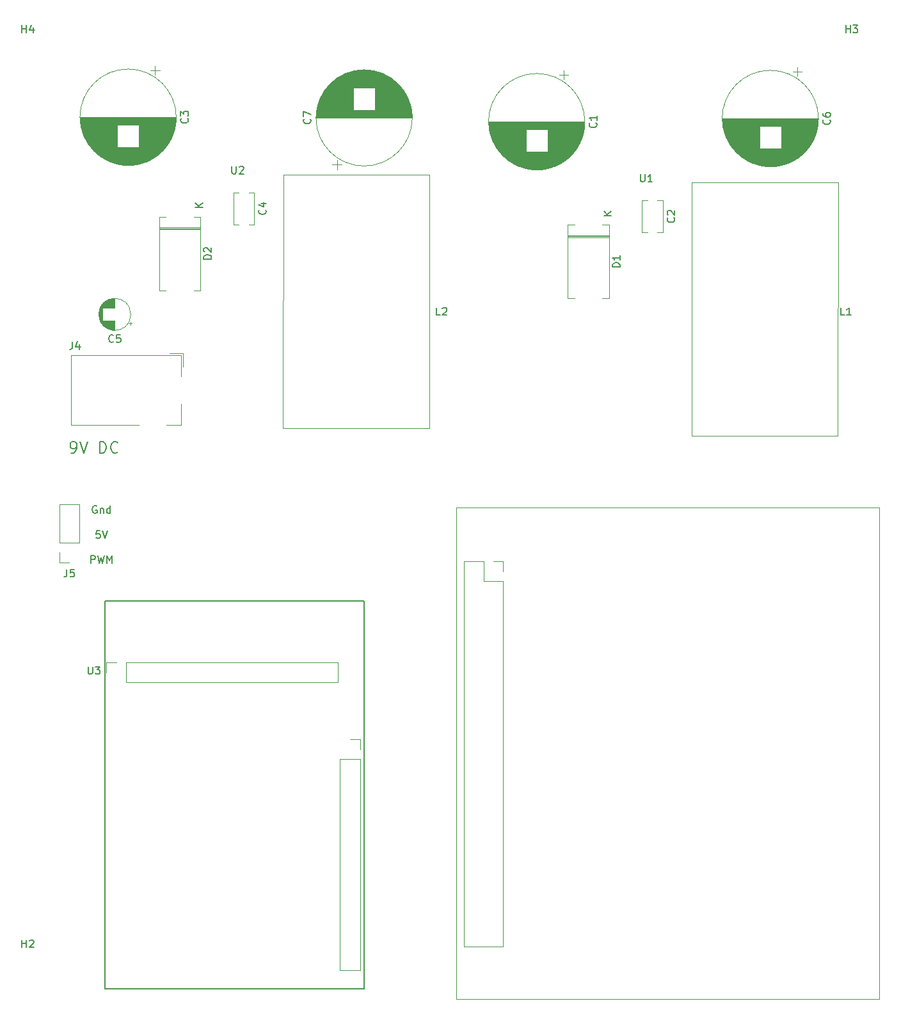
<source format=gbr>
%TF.GenerationSoftware,KiCad,Pcbnew,(5.1.9)-1*%
%TF.CreationDate,2022-02-08T11:22:36-08:00*%
%TF.ProjectId,controller_board,636f6e74-726f-46c6-9c65-725f626f6172,rev?*%
%TF.SameCoordinates,Original*%
%TF.FileFunction,Legend,Top*%
%TF.FilePolarity,Positive*%
%FSLAX46Y46*%
G04 Gerber Fmt 4.6, Leading zero omitted, Abs format (unit mm)*
G04 Created by KiCad (PCBNEW (5.1.9)-1) date 2022-02-08 11:22:36*
%MOMM*%
%LPD*%
G01*
G04 APERTURE LIST*
%ADD10C,0.150000*%
%ADD11C,0.200000*%
%ADD12C,0.120000*%
G04 APERTURE END LIST*
D10*
X44357142Y-123700000D02*
X44261904Y-123652380D01*
X44119047Y-123652380D01*
X43976190Y-123700000D01*
X43880952Y-123795238D01*
X43833333Y-123890476D01*
X43785714Y-124080952D01*
X43785714Y-124223809D01*
X43833333Y-124414285D01*
X43880952Y-124509523D01*
X43976190Y-124604761D01*
X44119047Y-124652380D01*
X44214285Y-124652380D01*
X44357142Y-124604761D01*
X44404761Y-124557142D01*
X44404761Y-124223809D01*
X44214285Y-124223809D01*
X44833333Y-123985714D02*
X44833333Y-124652380D01*
X44833333Y-124080952D02*
X44880952Y-124033333D01*
X44976190Y-123985714D01*
X45119047Y-123985714D01*
X45214285Y-124033333D01*
X45261904Y-124128571D01*
X45261904Y-124652380D01*
X46166666Y-124652380D02*
X46166666Y-123652380D01*
X46166666Y-124604761D02*
X46071428Y-124652380D01*
X45880952Y-124652380D01*
X45785714Y-124604761D01*
X45738095Y-124557142D01*
X45690476Y-124461904D01*
X45690476Y-124176190D01*
X45738095Y-124080952D01*
X45785714Y-124033333D01*
X45880952Y-123985714D01*
X46071428Y-123985714D01*
X46166666Y-124033333D01*
X44809523Y-126952380D02*
X44333333Y-126952380D01*
X44285714Y-127428571D01*
X44333333Y-127380952D01*
X44428571Y-127333333D01*
X44666666Y-127333333D01*
X44761904Y-127380952D01*
X44809523Y-127428571D01*
X44857142Y-127523809D01*
X44857142Y-127761904D01*
X44809523Y-127857142D01*
X44761904Y-127904761D01*
X44666666Y-127952380D01*
X44428571Y-127952380D01*
X44333333Y-127904761D01*
X44285714Y-127857142D01*
X45142857Y-126952380D02*
X45476190Y-127952380D01*
X45809523Y-126952380D01*
X43595238Y-131252380D02*
X43595238Y-130252380D01*
X43976190Y-130252380D01*
X44071428Y-130300000D01*
X44119047Y-130347619D01*
X44166666Y-130442857D01*
X44166666Y-130585714D01*
X44119047Y-130680952D01*
X44071428Y-130728571D01*
X43976190Y-130776190D01*
X43595238Y-130776190D01*
X44500000Y-130252380D02*
X44738095Y-131252380D01*
X44928571Y-130538095D01*
X45119047Y-131252380D01*
X45357142Y-130252380D01*
X45738095Y-131252380D02*
X45738095Y-130252380D01*
X46071428Y-130966666D01*
X46404761Y-130252380D01*
X46404761Y-131252380D01*
D11*
X41000000Y-116678571D02*
X41285714Y-116678571D01*
X41428571Y-116607142D01*
X41500000Y-116535714D01*
X41642857Y-116321428D01*
X41714285Y-116035714D01*
X41714285Y-115464285D01*
X41642857Y-115321428D01*
X41571428Y-115250000D01*
X41428571Y-115178571D01*
X41142857Y-115178571D01*
X41000000Y-115250000D01*
X40928571Y-115321428D01*
X40857142Y-115464285D01*
X40857142Y-115821428D01*
X40928571Y-115964285D01*
X41000000Y-116035714D01*
X41142857Y-116107142D01*
X41428571Y-116107142D01*
X41571428Y-116035714D01*
X41642857Y-115964285D01*
X41714285Y-115821428D01*
X42142857Y-115178571D02*
X42642857Y-116678571D01*
X43142857Y-115178571D01*
X44785714Y-116678571D02*
X44785714Y-115178571D01*
X45142857Y-115178571D01*
X45357142Y-115250000D01*
X45500000Y-115392857D01*
X45571428Y-115535714D01*
X45642857Y-115821428D01*
X45642857Y-116035714D01*
X45571428Y-116321428D01*
X45500000Y-116464285D01*
X45357142Y-116607142D01*
X45142857Y-116678571D01*
X44785714Y-116678571D01*
X47142857Y-116535714D02*
X47071428Y-116607142D01*
X46857142Y-116678571D01*
X46714285Y-116678571D01*
X46500000Y-116607142D01*
X46357142Y-116464285D01*
X46285714Y-116321428D01*
X46214285Y-116035714D01*
X46214285Y-115821428D01*
X46285714Y-115535714D01*
X46357142Y-115392857D01*
X46500000Y-115250000D01*
X46714285Y-115178571D01*
X46857142Y-115178571D01*
X47071428Y-115250000D01*
X47142857Y-115321428D01*
D12*
%TO.C,J1*%
X91910000Y-188940000D02*
X91910000Y-123940000D01*
X147910000Y-188940000D02*
X91910000Y-188940000D01*
X147910000Y-123940000D02*
X147910000Y-188940000D01*
X91910000Y-123940000D02*
X147910000Y-123940000D01*
X98150000Y-181940000D02*
X92950000Y-181940000D01*
X98150000Y-133620000D02*
X98150000Y-181940000D01*
X95550000Y-131020000D02*
X92950000Y-131020000D01*
X95550000Y-133620000D02*
X95550000Y-131020000D01*
X98150000Y-133620000D02*
X95550000Y-133620000D01*
X98150000Y-132350000D02*
X98150000Y-131020000D01*
X98150000Y-131020000D02*
X96820000Y-131020000D01*
X92950000Y-131020000D02*
X92950000Y-181940000D01*
%TO.C,U3*%
X45665000Y-145725000D02*
X45665000Y-144395000D01*
X48265000Y-144395000D02*
X76265000Y-144395000D01*
X45665000Y-144395000D02*
X46995000Y-144395000D01*
X48265000Y-147055000D02*
X48265000Y-144395000D01*
X48265000Y-147055000D02*
X76265000Y-147055000D01*
X76265000Y-147055000D02*
X76265000Y-144395000D01*
X77870000Y-154540000D02*
X79200000Y-154540000D01*
X79200000Y-157140000D02*
X79200000Y-185140000D01*
X79200000Y-154540000D02*
X79200000Y-155870000D01*
X76540000Y-157140000D02*
X79200000Y-157140000D01*
X76540000Y-157140000D02*
X76540000Y-185140000D01*
X76540000Y-185140000D02*
X79200000Y-185140000D01*
D11*
X79720000Y-187600000D02*
X79720000Y-136300000D01*
X79720000Y-136300000D02*
X45420000Y-136300000D01*
X45420000Y-136300000D02*
X45420000Y-187600000D01*
X45420000Y-187600000D02*
X79720000Y-187600000D01*
D12*
%TO.C,L1*%
X123120000Y-80900000D02*
X123080000Y-114440000D01*
X142460000Y-80900000D02*
X123120000Y-80900000D01*
X142460000Y-80900000D02*
X142420000Y-114440000D01*
X142420000Y-114440000D02*
X123080000Y-114440000D01*
%TO.C,L2*%
X69060000Y-79850000D02*
X69020000Y-113390000D01*
X88400000Y-79850000D02*
X69060000Y-79850000D01*
X88400000Y-79850000D02*
X88360000Y-113390000D01*
X88360000Y-113390000D02*
X69020000Y-113390000D01*
%TO.C,J5*%
X40750000Y-131180000D02*
X39420000Y-131180000D01*
X39420000Y-131180000D02*
X39420000Y-129850000D01*
X39420000Y-128580000D02*
X39420000Y-123440000D01*
X42080000Y-123440000D02*
X39420000Y-123440000D01*
X42080000Y-128580000D02*
X42080000Y-123440000D01*
X42080000Y-128580000D02*
X39420000Y-128580000D01*
%TO.C,D1*%
X112140000Y-87895000D02*
X106700000Y-87895000D01*
X112140000Y-88135000D02*
X106700000Y-88135000D01*
X112140000Y-88015000D02*
X106700000Y-88015000D01*
X106700000Y-96210000D02*
X107580000Y-96210000D01*
X106700000Y-86470000D02*
X106700000Y-96210000D01*
X107580000Y-86470000D02*
X106700000Y-86470000D01*
X112140000Y-96210000D02*
X111260000Y-96210000D01*
X112140000Y-86470000D02*
X112140000Y-96210000D01*
X111260000Y-86470000D02*
X112140000Y-86470000D01*
%TO.C,C1*%
X106780000Y-66657918D02*
X105530000Y-66657918D01*
X106155000Y-66032918D02*
X106155000Y-67282918D01*
X102897000Y-79211000D02*
X102263000Y-79211000D01*
X103337000Y-79171000D02*
X101823000Y-79171000D01*
X103608000Y-79131000D02*
X101552000Y-79131000D01*
X103821000Y-79091000D02*
X101339000Y-79091000D01*
X104002000Y-79051000D02*
X101158000Y-79051000D01*
X104163000Y-79011000D02*
X100997000Y-79011000D01*
X104308000Y-78971000D02*
X100852000Y-78971000D01*
X104441000Y-78931000D02*
X100719000Y-78931000D01*
X104564000Y-78891000D02*
X100596000Y-78891000D01*
X104680000Y-78851000D02*
X100480000Y-78851000D01*
X104789000Y-78811000D02*
X100371000Y-78811000D01*
X104892000Y-78771000D02*
X100268000Y-78771000D01*
X104990000Y-78731000D02*
X100170000Y-78731000D01*
X105084000Y-78691000D02*
X100076000Y-78691000D01*
X105174000Y-78651000D02*
X99986000Y-78651000D01*
X105261000Y-78611000D02*
X99899000Y-78611000D01*
X105344000Y-78571000D02*
X99816000Y-78571000D01*
X105424000Y-78531000D02*
X99736000Y-78531000D01*
X105501000Y-78491000D02*
X99659000Y-78491000D01*
X105576000Y-78451000D02*
X99584000Y-78451000D01*
X105649000Y-78411000D02*
X99511000Y-78411000D01*
X105720000Y-78371000D02*
X99440000Y-78371000D01*
X105788000Y-78331000D02*
X99372000Y-78331000D01*
X105855000Y-78291000D02*
X99305000Y-78291000D01*
X105919000Y-78251000D02*
X99241000Y-78251000D01*
X105982000Y-78211000D02*
X99178000Y-78211000D01*
X106044000Y-78171000D02*
X99116000Y-78171000D01*
X106104000Y-78131000D02*
X99056000Y-78131000D01*
X106163000Y-78091000D02*
X98997000Y-78091000D01*
X106220000Y-78051000D02*
X98940000Y-78051000D01*
X106276000Y-78011000D02*
X98884000Y-78011000D01*
X106330000Y-77971000D02*
X98830000Y-77971000D01*
X106384000Y-77931000D02*
X98776000Y-77931000D01*
X106436000Y-77891000D02*
X98724000Y-77891000D01*
X106487000Y-77851000D02*
X98673000Y-77851000D01*
X106537000Y-77811000D02*
X98623000Y-77811000D01*
X106587000Y-77771000D02*
X98573000Y-77771000D01*
X106635000Y-77731000D02*
X98525000Y-77731000D01*
X106682000Y-77691000D02*
X98478000Y-77691000D01*
X106728000Y-77651000D02*
X98432000Y-77651000D01*
X106774000Y-77611000D02*
X98386000Y-77611000D01*
X106818000Y-77571000D02*
X98342000Y-77571000D01*
X106862000Y-77531000D02*
X98298000Y-77531000D01*
X106905000Y-77491000D02*
X98255000Y-77491000D01*
X106947000Y-77451000D02*
X98213000Y-77451000D01*
X106988000Y-77411000D02*
X98172000Y-77411000D01*
X107029000Y-77371000D02*
X98131000Y-77371000D01*
X107069000Y-77331000D02*
X98091000Y-77331000D01*
X107108000Y-77291000D02*
X98052000Y-77291000D01*
X107147000Y-77251000D02*
X98013000Y-77251000D01*
X107185000Y-77211000D02*
X97975000Y-77211000D01*
X107222000Y-77171000D02*
X97938000Y-77171000D01*
X107258000Y-77131000D02*
X97902000Y-77131000D01*
X107294000Y-77091000D02*
X97866000Y-77091000D01*
X107330000Y-77051000D02*
X97830000Y-77051000D01*
X107365000Y-77011000D02*
X97795000Y-77011000D01*
X107399000Y-76971000D02*
X97761000Y-76971000D01*
X107432000Y-76931000D02*
X97728000Y-76931000D01*
X107465000Y-76891000D02*
X97695000Y-76891000D01*
X107498000Y-76851000D02*
X97662000Y-76851000D01*
X107530000Y-76811000D02*
X97630000Y-76811000D01*
X101140000Y-76771000D02*
X97598000Y-76771000D01*
X107562000Y-76771000D02*
X104020000Y-76771000D01*
X101140000Y-76731000D02*
X97568000Y-76731000D01*
X107592000Y-76731000D02*
X104020000Y-76731000D01*
X101140000Y-76691000D02*
X97537000Y-76691000D01*
X107623000Y-76691000D02*
X104020000Y-76691000D01*
X101140000Y-76651000D02*
X97507000Y-76651000D01*
X107653000Y-76651000D02*
X104020000Y-76651000D01*
X101140000Y-76611000D02*
X97478000Y-76611000D01*
X107682000Y-76611000D02*
X104020000Y-76611000D01*
X101140000Y-76571000D02*
X97449000Y-76571000D01*
X107711000Y-76571000D02*
X104020000Y-76571000D01*
X101140000Y-76531000D02*
X97420000Y-76531000D01*
X107740000Y-76531000D02*
X104020000Y-76531000D01*
X101140000Y-76491000D02*
X97392000Y-76491000D01*
X107768000Y-76491000D02*
X104020000Y-76491000D01*
X101140000Y-76451000D02*
X97364000Y-76451000D01*
X107796000Y-76451000D02*
X104020000Y-76451000D01*
X101140000Y-76411000D02*
X97337000Y-76411000D01*
X107823000Y-76411000D02*
X104020000Y-76411000D01*
X101140000Y-76371000D02*
X97310000Y-76371000D01*
X107850000Y-76371000D02*
X104020000Y-76371000D01*
X101140000Y-76331000D02*
X97284000Y-76331000D01*
X107876000Y-76331000D02*
X104020000Y-76331000D01*
X101140000Y-76291000D02*
X97258000Y-76291000D01*
X107902000Y-76291000D02*
X104020000Y-76291000D01*
X101140000Y-76251000D02*
X97233000Y-76251000D01*
X107927000Y-76251000D02*
X104020000Y-76251000D01*
X101140000Y-76211000D02*
X97208000Y-76211000D01*
X107952000Y-76211000D02*
X104020000Y-76211000D01*
X101140000Y-76171000D02*
X97183000Y-76171000D01*
X107977000Y-76171000D02*
X104020000Y-76171000D01*
X101140000Y-76131000D02*
X97159000Y-76131000D01*
X108001000Y-76131000D02*
X104020000Y-76131000D01*
X101140000Y-76091000D02*
X97135000Y-76091000D01*
X108025000Y-76091000D02*
X104020000Y-76091000D01*
X101140000Y-76051000D02*
X97112000Y-76051000D01*
X108048000Y-76051000D02*
X104020000Y-76051000D01*
X101140000Y-76011000D02*
X97089000Y-76011000D01*
X108071000Y-76011000D02*
X104020000Y-76011000D01*
X101140000Y-75971000D02*
X97066000Y-75971000D01*
X108094000Y-75971000D02*
X104020000Y-75971000D01*
X101140000Y-75931000D02*
X97044000Y-75931000D01*
X108116000Y-75931000D02*
X104020000Y-75931000D01*
X101140000Y-75891000D02*
X97022000Y-75891000D01*
X108138000Y-75891000D02*
X104020000Y-75891000D01*
X101140000Y-75851000D02*
X97000000Y-75851000D01*
X108160000Y-75851000D02*
X104020000Y-75851000D01*
X101140000Y-75811000D02*
X96979000Y-75811000D01*
X108181000Y-75811000D02*
X104020000Y-75811000D01*
X101140000Y-75771000D02*
X96958000Y-75771000D01*
X108202000Y-75771000D02*
X104020000Y-75771000D01*
X101140000Y-75731000D02*
X96938000Y-75731000D01*
X108222000Y-75731000D02*
X104020000Y-75731000D01*
X101140000Y-75691000D02*
X96918000Y-75691000D01*
X108242000Y-75691000D02*
X104020000Y-75691000D01*
X101140000Y-75651000D02*
X96898000Y-75651000D01*
X108262000Y-75651000D02*
X104020000Y-75651000D01*
X101140000Y-75611000D02*
X96878000Y-75611000D01*
X108282000Y-75611000D02*
X104020000Y-75611000D01*
X101140000Y-75571000D02*
X96859000Y-75571000D01*
X108301000Y-75571000D02*
X104020000Y-75571000D01*
X101140000Y-75531000D02*
X96841000Y-75531000D01*
X108319000Y-75531000D02*
X104020000Y-75531000D01*
X101140000Y-75491000D02*
X96822000Y-75491000D01*
X108338000Y-75491000D02*
X104020000Y-75491000D01*
X101140000Y-75451000D02*
X96804000Y-75451000D01*
X108356000Y-75451000D02*
X104020000Y-75451000D01*
X101140000Y-75411000D02*
X96787000Y-75411000D01*
X108373000Y-75411000D02*
X104020000Y-75411000D01*
X101140000Y-75371000D02*
X96769000Y-75371000D01*
X108391000Y-75371000D02*
X104020000Y-75371000D01*
X101140000Y-75331000D02*
X96752000Y-75331000D01*
X108408000Y-75331000D02*
X104020000Y-75331000D01*
X101140000Y-75291000D02*
X96735000Y-75291000D01*
X108425000Y-75291000D02*
X104020000Y-75291000D01*
X101140000Y-75251000D02*
X96719000Y-75251000D01*
X108441000Y-75251000D02*
X104020000Y-75251000D01*
X101140000Y-75211000D02*
X96703000Y-75211000D01*
X108457000Y-75211000D02*
X104020000Y-75211000D01*
X101140000Y-75171000D02*
X96687000Y-75171000D01*
X108473000Y-75171000D02*
X104020000Y-75171000D01*
X101140000Y-75131000D02*
X96672000Y-75131000D01*
X108488000Y-75131000D02*
X104020000Y-75131000D01*
X101140000Y-75091000D02*
X96656000Y-75091000D01*
X108504000Y-75091000D02*
X104020000Y-75091000D01*
X101140000Y-75051000D02*
X96641000Y-75051000D01*
X108519000Y-75051000D02*
X104020000Y-75051000D01*
X101140000Y-75011000D02*
X96627000Y-75011000D01*
X108533000Y-75011000D02*
X104020000Y-75011000D01*
X101140000Y-74971000D02*
X96613000Y-74971000D01*
X108547000Y-74971000D02*
X104020000Y-74971000D01*
X101140000Y-74931000D02*
X96599000Y-74931000D01*
X108561000Y-74931000D02*
X104020000Y-74931000D01*
X101140000Y-74891000D02*
X96585000Y-74891000D01*
X108575000Y-74891000D02*
X104020000Y-74891000D01*
X101140000Y-74851000D02*
X96572000Y-74851000D01*
X108588000Y-74851000D02*
X104020000Y-74851000D01*
X101140000Y-74811000D02*
X96559000Y-74811000D01*
X108601000Y-74811000D02*
X104020000Y-74811000D01*
X101140000Y-74771000D02*
X96546000Y-74771000D01*
X108614000Y-74771000D02*
X104020000Y-74771000D01*
X101140000Y-74731000D02*
X96533000Y-74731000D01*
X108627000Y-74731000D02*
X104020000Y-74731000D01*
X101140000Y-74691000D02*
X96521000Y-74691000D01*
X108639000Y-74691000D02*
X104020000Y-74691000D01*
X101140000Y-74651000D02*
X96509000Y-74651000D01*
X108651000Y-74651000D02*
X104020000Y-74651000D01*
X101140000Y-74611000D02*
X96497000Y-74611000D01*
X108663000Y-74611000D02*
X104020000Y-74611000D01*
X101140000Y-74571000D02*
X96486000Y-74571000D01*
X108674000Y-74571000D02*
X104020000Y-74571000D01*
X101140000Y-74531000D02*
X96475000Y-74531000D01*
X108685000Y-74531000D02*
X104020000Y-74531000D01*
X101140000Y-74491000D02*
X96464000Y-74491000D01*
X108696000Y-74491000D02*
X104020000Y-74491000D01*
X101140000Y-74451000D02*
X96454000Y-74451000D01*
X108706000Y-74451000D02*
X104020000Y-74451000D01*
X101140000Y-74411000D02*
X96443000Y-74411000D01*
X108717000Y-74411000D02*
X104020000Y-74411000D01*
X101140000Y-74371000D02*
X96434000Y-74371000D01*
X108726000Y-74371000D02*
X104020000Y-74371000D01*
X101140000Y-74331000D02*
X96424000Y-74331000D01*
X108736000Y-74331000D02*
X104020000Y-74331000D01*
X101140000Y-74291000D02*
X96414000Y-74291000D01*
X108746000Y-74291000D02*
X104020000Y-74291000D01*
X101140000Y-74251000D02*
X96405000Y-74251000D01*
X108755000Y-74251000D02*
X104020000Y-74251000D01*
X101140000Y-74211000D02*
X96396000Y-74211000D01*
X108764000Y-74211000D02*
X104020000Y-74211000D01*
X101140000Y-74171000D02*
X96388000Y-74171000D01*
X108772000Y-74171000D02*
X104020000Y-74171000D01*
X101140000Y-74131000D02*
X96379000Y-74131000D01*
X108781000Y-74131000D02*
X104020000Y-74131000D01*
X101140000Y-74091000D02*
X96371000Y-74091000D01*
X108789000Y-74091000D02*
X104020000Y-74091000D01*
X101140000Y-74051000D02*
X96364000Y-74051000D01*
X108796000Y-74051000D02*
X104020000Y-74051000D01*
X101140000Y-74011000D02*
X96356000Y-74011000D01*
X108804000Y-74011000D02*
X104020000Y-74011000D01*
X101140000Y-73971000D02*
X96349000Y-73971000D01*
X108811000Y-73971000D02*
X104020000Y-73971000D01*
X101140000Y-73931000D02*
X96342000Y-73931000D01*
X108818000Y-73931000D02*
X104020000Y-73931000D01*
X108825000Y-73891000D02*
X96335000Y-73891000D01*
X108832000Y-73851000D02*
X96328000Y-73851000D01*
X108838000Y-73811000D02*
X96322000Y-73811000D01*
X108844000Y-73771000D02*
X96316000Y-73771000D01*
X108849000Y-73731000D02*
X96311000Y-73731000D01*
X108855000Y-73691000D02*
X96305000Y-73691000D01*
X108860000Y-73651000D02*
X96300000Y-73651000D01*
X108865000Y-73611000D02*
X96295000Y-73611000D01*
X108870000Y-73571000D02*
X96290000Y-73571000D01*
X108874000Y-73530000D02*
X96286000Y-73530000D01*
X108878000Y-73490000D02*
X96282000Y-73490000D01*
X108882000Y-73450000D02*
X96278000Y-73450000D01*
X108886000Y-73410000D02*
X96274000Y-73410000D01*
X108889000Y-73370000D02*
X96271000Y-73370000D01*
X108892000Y-73330000D02*
X96268000Y-73330000D01*
X108895000Y-73290000D02*
X96265000Y-73290000D01*
X108898000Y-73250000D02*
X96262000Y-73250000D01*
X108900000Y-73210000D02*
X96260000Y-73210000D01*
X108902000Y-73170000D02*
X96258000Y-73170000D01*
X108904000Y-73130000D02*
X96256000Y-73130000D01*
X108906000Y-73090000D02*
X96254000Y-73090000D01*
X108907000Y-73050000D02*
X96253000Y-73050000D01*
X108908000Y-73010000D02*
X96252000Y-73010000D01*
X108909000Y-72970000D02*
X96251000Y-72970000D01*
X108910000Y-72930000D02*
X96250000Y-72930000D01*
X108910000Y-72890000D02*
X96250000Y-72890000D01*
X108910000Y-72850000D02*
X96250000Y-72850000D01*
X108950000Y-72850000D02*
G75*
G03*
X108950000Y-72850000I-6370000J0D01*
G01*
%TO.C,C2*%
X117235000Y-87510000D02*
X116530000Y-87510000D01*
X119270000Y-87510000D02*
X118565000Y-87510000D01*
X117235000Y-83270000D02*
X116530000Y-83270000D01*
X119270000Y-83270000D02*
X118565000Y-83270000D01*
X116530000Y-83270000D02*
X116530000Y-87510000D01*
X119270000Y-83270000D02*
X119270000Y-87510000D01*
%TO.C,C6*%
X137690000Y-66237918D02*
X136440000Y-66237918D01*
X137065000Y-65612918D02*
X137065000Y-66862918D01*
X133807000Y-78791000D02*
X133173000Y-78791000D01*
X134247000Y-78751000D02*
X132733000Y-78751000D01*
X134518000Y-78711000D02*
X132462000Y-78711000D01*
X134731000Y-78671000D02*
X132249000Y-78671000D01*
X134912000Y-78631000D02*
X132068000Y-78631000D01*
X135073000Y-78591000D02*
X131907000Y-78591000D01*
X135218000Y-78551000D02*
X131762000Y-78551000D01*
X135351000Y-78511000D02*
X131629000Y-78511000D01*
X135474000Y-78471000D02*
X131506000Y-78471000D01*
X135590000Y-78431000D02*
X131390000Y-78431000D01*
X135699000Y-78391000D02*
X131281000Y-78391000D01*
X135802000Y-78351000D02*
X131178000Y-78351000D01*
X135900000Y-78311000D02*
X131080000Y-78311000D01*
X135994000Y-78271000D02*
X130986000Y-78271000D01*
X136084000Y-78231000D02*
X130896000Y-78231000D01*
X136171000Y-78191000D02*
X130809000Y-78191000D01*
X136254000Y-78151000D02*
X130726000Y-78151000D01*
X136334000Y-78111000D02*
X130646000Y-78111000D01*
X136411000Y-78071000D02*
X130569000Y-78071000D01*
X136486000Y-78031000D02*
X130494000Y-78031000D01*
X136559000Y-77991000D02*
X130421000Y-77991000D01*
X136630000Y-77951000D02*
X130350000Y-77951000D01*
X136698000Y-77911000D02*
X130282000Y-77911000D01*
X136765000Y-77871000D02*
X130215000Y-77871000D01*
X136829000Y-77831000D02*
X130151000Y-77831000D01*
X136892000Y-77791000D02*
X130088000Y-77791000D01*
X136954000Y-77751000D02*
X130026000Y-77751000D01*
X137014000Y-77711000D02*
X129966000Y-77711000D01*
X137073000Y-77671000D02*
X129907000Y-77671000D01*
X137130000Y-77631000D02*
X129850000Y-77631000D01*
X137186000Y-77591000D02*
X129794000Y-77591000D01*
X137240000Y-77551000D02*
X129740000Y-77551000D01*
X137294000Y-77511000D02*
X129686000Y-77511000D01*
X137346000Y-77471000D02*
X129634000Y-77471000D01*
X137397000Y-77431000D02*
X129583000Y-77431000D01*
X137447000Y-77391000D02*
X129533000Y-77391000D01*
X137497000Y-77351000D02*
X129483000Y-77351000D01*
X137545000Y-77311000D02*
X129435000Y-77311000D01*
X137592000Y-77271000D02*
X129388000Y-77271000D01*
X137638000Y-77231000D02*
X129342000Y-77231000D01*
X137684000Y-77191000D02*
X129296000Y-77191000D01*
X137728000Y-77151000D02*
X129252000Y-77151000D01*
X137772000Y-77111000D02*
X129208000Y-77111000D01*
X137815000Y-77071000D02*
X129165000Y-77071000D01*
X137857000Y-77031000D02*
X129123000Y-77031000D01*
X137898000Y-76991000D02*
X129082000Y-76991000D01*
X137939000Y-76951000D02*
X129041000Y-76951000D01*
X137979000Y-76911000D02*
X129001000Y-76911000D01*
X138018000Y-76871000D02*
X128962000Y-76871000D01*
X138057000Y-76831000D02*
X128923000Y-76831000D01*
X138095000Y-76791000D02*
X128885000Y-76791000D01*
X138132000Y-76751000D02*
X128848000Y-76751000D01*
X138168000Y-76711000D02*
X128812000Y-76711000D01*
X138204000Y-76671000D02*
X128776000Y-76671000D01*
X138240000Y-76631000D02*
X128740000Y-76631000D01*
X138275000Y-76591000D02*
X128705000Y-76591000D01*
X138309000Y-76551000D02*
X128671000Y-76551000D01*
X138342000Y-76511000D02*
X128638000Y-76511000D01*
X138375000Y-76471000D02*
X128605000Y-76471000D01*
X138408000Y-76431000D02*
X128572000Y-76431000D01*
X138440000Y-76391000D02*
X128540000Y-76391000D01*
X132050000Y-76351000D02*
X128508000Y-76351000D01*
X138472000Y-76351000D02*
X134930000Y-76351000D01*
X132050000Y-76311000D02*
X128478000Y-76311000D01*
X138502000Y-76311000D02*
X134930000Y-76311000D01*
X132050000Y-76271000D02*
X128447000Y-76271000D01*
X138533000Y-76271000D02*
X134930000Y-76271000D01*
X132050000Y-76231000D02*
X128417000Y-76231000D01*
X138563000Y-76231000D02*
X134930000Y-76231000D01*
X132050000Y-76191000D02*
X128388000Y-76191000D01*
X138592000Y-76191000D02*
X134930000Y-76191000D01*
X132050000Y-76151000D02*
X128359000Y-76151000D01*
X138621000Y-76151000D02*
X134930000Y-76151000D01*
X132050000Y-76111000D02*
X128330000Y-76111000D01*
X138650000Y-76111000D02*
X134930000Y-76111000D01*
X132050000Y-76071000D02*
X128302000Y-76071000D01*
X138678000Y-76071000D02*
X134930000Y-76071000D01*
X132050000Y-76031000D02*
X128274000Y-76031000D01*
X138706000Y-76031000D02*
X134930000Y-76031000D01*
X132050000Y-75991000D02*
X128247000Y-75991000D01*
X138733000Y-75991000D02*
X134930000Y-75991000D01*
X132050000Y-75951000D02*
X128220000Y-75951000D01*
X138760000Y-75951000D02*
X134930000Y-75951000D01*
X132050000Y-75911000D02*
X128194000Y-75911000D01*
X138786000Y-75911000D02*
X134930000Y-75911000D01*
X132050000Y-75871000D02*
X128168000Y-75871000D01*
X138812000Y-75871000D02*
X134930000Y-75871000D01*
X132050000Y-75831000D02*
X128143000Y-75831000D01*
X138837000Y-75831000D02*
X134930000Y-75831000D01*
X132050000Y-75791000D02*
X128118000Y-75791000D01*
X138862000Y-75791000D02*
X134930000Y-75791000D01*
X132050000Y-75751000D02*
X128093000Y-75751000D01*
X138887000Y-75751000D02*
X134930000Y-75751000D01*
X132050000Y-75711000D02*
X128069000Y-75711000D01*
X138911000Y-75711000D02*
X134930000Y-75711000D01*
X132050000Y-75671000D02*
X128045000Y-75671000D01*
X138935000Y-75671000D02*
X134930000Y-75671000D01*
X132050000Y-75631000D02*
X128022000Y-75631000D01*
X138958000Y-75631000D02*
X134930000Y-75631000D01*
X132050000Y-75591000D02*
X127999000Y-75591000D01*
X138981000Y-75591000D02*
X134930000Y-75591000D01*
X132050000Y-75551000D02*
X127976000Y-75551000D01*
X139004000Y-75551000D02*
X134930000Y-75551000D01*
X132050000Y-75511000D02*
X127954000Y-75511000D01*
X139026000Y-75511000D02*
X134930000Y-75511000D01*
X132050000Y-75471000D02*
X127932000Y-75471000D01*
X139048000Y-75471000D02*
X134930000Y-75471000D01*
X132050000Y-75431000D02*
X127910000Y-75431000D01*
X139070000Y-75431000D02*
X134930000Y-75431000D01*
X132050000Y-75391000D02*
X127889000Y-75391000D01*
X139091000Y-75391000D02*
X134930000Y-75391000D01*
X132050000Y-75351000D02*
X127868000Y-75351000D01*
X139112000Y-75351000D02*
X134930000Y-75351000D01*
X132050000Y-75311000D02*
X127848000Y-75311000D01*
X139132000Y-75311000D02*
X134930000Y-75311000D01*
X132050000Y-75271000D02*
X127828000Y-75271000D01*
X139152000Y-75271000D02*
X134930000Y-75271000D01*
X132050000Y-75231000D02*
X127808000Y-75231000D01*
X139172000Y-75231000D02*
X134930000Y-75231000D01*
X132050000Y-75191000D02*
X127788000Y-75191000D01*
X139192000Y-75191000D02*
X134930000Y-75191000D01*
X132050000Y-75151000D02*
X127769000Y-75151000D01*
X139211000Y-75151000D02*
X134930000Y-75151000D01*
X132050000Y-75111000D02*
X127751000Y-75111000D01*
X139229000Y-75111000D02*
X134930000Y-75111000D01*
X132050000Y-75071000D02*
X127732000Y-75071000D01*
X139248000Y-75071000D02*
X134930000Y-75071000D01*
X132050000Y-75031000D02*
X127714000Y-75031000D01*
X139266000Y-75031000D02*
X134930000Y-75031000D01*
X132050000Y-74991000D02*
X127697000Y-74991000D01*
X139283000Y-74991000D02*
X134930000Y-74991000D01*
X132050000Y-74951000D02*
X127679000Y-74951000D01*
X139301000Y-74951000D02*
X134930000Y-74951000D01*
X132050000Y-74911000D02*
X127662000Y-74911000D01*
X139318000Y-74911000D02*
X134930000Y-74911000D01*
X132050000Y-74871000D02*
X127645000Y-74871000D01*
X139335000Y-74871000D02*
X134930000Y-74871000D01*
X132050000Y-74831000D02*
X127629000Y-74831000D01*
X139351000Y-74831000D02*
X134930000Y-74831000D01*
X132050000Y-74791000D02*
X127613000Y-74791000D01*
X139367000Y-74791000D02*
X134930000Y-74791000D01*
X132050000Y-74751000D02*
X127597000Y-74751000D01*
X139383000Y-74751000D02*
X134930000Y-74751000D01*
X132050000Y-74711000D02*
X127582000Y-74711000D01*
X139398000Y-74711000D02*
X134930000Y-74711000D01*
X132050000Y-74671000D02*
X127566000Y-74671000D01*
X139414000Y-74671000D02*
X134930000Y-74671000D01*
X132050000Y-74631000D02*
X127551000Y-74631000D01*
X139429000Y-74631000D02*
X134930000Y-74631000D01*
X132050000Y-74591000D02*
X127537000Y-74591000D01*
X139443000Y-74591000D02*
X134930000Y-74591000D01*
X132050000Y-74551000D02*
X127523000Y-74551000D01*
X139457000Y-74551000D02*
X134930000Y-74551000D01*
X132050000Y-74511000D02*
X127509000Y-74511000D01*
X139471000Y-74511000D02*
X134930000Y-74511000D01*
X132050000Y-74471000D02*
X127495000Y-74471000D01*
X139485000Y-74471000D02*
X134930000Y-74471000D01*
X132050000Y-74431000D02*
X127482000Y-74431000D01*
X139498000Y-74431000D02*
X134930000Y-74431000D01*
X132050000Y-74391000D02*
X127469000Y-74391000D01*
X139511000Y-74391000D02*
X134930000Y-74391000D01*
X132050000Y-74351000D02*
X127456000Y-74351000D01*
X139524000Y-74351000D02*
X134930000Y-74351000D01*
X132050000Y-74311000D02*
X127443000Y-74311000D01*
X139537000Y-74311000D02*
X134930000Y-74311000D01*
X132050000Y-74271000D02*
X127431000Y-74271000D01*
X139549000Y-74271000D02*
X134930000Y-74271000D01*
X132050000Y-74231000D02*
X127419000Y-74231000D01*
X139561000Y-74231000D02*
X134930000Y-74231000D01*
X132050000Y-74191000D02*
X127407000Y-74191000D01*
X139573000Y-74191000D02*
X134930000Y-74191000D01*
X132050000Y-74151000D02*
X127396000Y-74151000D01*
X139584000Y-74151000D02*
X134930000Y-74151000D01*
X132050000Y-74111000D02*
X127385000Y-74111000D01*
X139595000Y-74111000D02*
X134930000Y-74111000D01*
X132050000Y-74071000D02*
X127374000Y-74071000D01*
X139606000Y-74071000D02*
X134930000Y-74071000D01*
X132050000Y-74031000D02*
X127364000Y-74031000D01*
X139616000Y-74031000D02*
X134930000Y-74031000D01*
X132050000Y-73991000D02*
X127353000Y-73991000D01*
X139627000Y-73991000D02*
X134930000Y-73991000D01*
X132050000Y-73951000D02*
X127344000Y-73951000D01*
X139636000Y-73951000D02*
X134930000Y-73951000D01*
X132050000Y-73911000D02*
X127334000Y-73911000D01*
X139646000Y-73911000D02*
X134930000Y-73911000D01*
X132050000Y-73871000D02*
X127324000Y-73871000D01*
X139656000Y-73871000D02*
X134930000Y-73871000D01*
X132050000Y-73831000D02*
X127315000Y-73831000D01*
X139665000Y-73831000D02*
X134930000Y-73831000D01*
X132050000Y-73791000D02*
X127306000Y-73791000D01*
X139674000Y-73791000D02*
X134930000Y-73791000D01*
X132050000Y-73751000D02*
X127298000Y-73751000D01*
X139682000Y-73751000D02*
X134930000Y-73751000D01*
X132050000Y-73711000D02*
X127289000Y-73711000D01*
X139691000Y-73711000D02*
X134930000Y-73711000D01*
X132050000Y-73671000D02*
X127281000Y-73671000D01*
X139699000Y-73671000D02*
X134930000Y-73671000D01*
X132050000Y-73631000D02*
X127274000Y-73631000D01*
X139706000Y-73631000D02*
X134930000Y-73631000D01*
X132050000Y-73591000D02*
X127266000Y-73591000D01*
X139714000Y-73591000D02*
X134930000Y-73591000D01*
X132050000Y-73551000D02*
X127259000Y-73551000D01*
X139721000Y-73551000D02*
X134930000Y-73551000D01*
X132050000Y-73511000D02*
X127252000Y-73511000D01*
X139728000Y-73511000D02*
X134930000Y-73511000D01*
X139735000Y-73471000D02*
X127245000Y-73471000D01*
X139742000Y-73431000D02*
X127238000Y-73431000D01*
X139748000Y-73391000D02*
X127232000Y-73391000D01*
X139754000Y-73351000D02*
X127226000Y-73351000D01*
X139759000Y-73311000D02*
X127221000Y-73311000D01*
X139765000Y-73271000D02*
X127215000Y-73271000D01*
X139770000Y-73231000D02*
X127210000Y-73231000D01*
X139775000Y-73191000D02*
X127205000Y-73191000D01*
X139780000Y-73151000D02*
X127200000Y-73151000D01*
X139784000Y-73110000D02*
X127196000Y-73110000D01*
X139788000Y-73070000D02*
X127192000Y-73070000D01*
X139792000Y-73030000D02*
X127188000Y-73030000D01*
X139796000Y-72990000D02*
X127184000Y-72990000D01*
X139799000Y-72950000D02*
X127181000Y-72950000D01*
X139802000Y-72910000D02*
X127178000Y-72910000D01*
X139805000Y-72870000D02*
X127175000Y-72870000D01*
X139808000Y-72830000D02*
X127172000Y-72830000D01*
X139810000Y-72790000D02*
X127170000Y-72790000D01*
X139812000Y-72750000D02*
X127168000Y-72750000D01*
X139814000Y-72710000D02*
X127166000Y-72710000D01*
X139816000Y-72670000D02*
X127164000Y-72670000D01*
X139817000Y-72630000D02*
X127163000Y-72630000D01*
X139818000Y-72590000D02*
X127162000Y-72590000D01*
X139819000Y-72550000D02*
X127161000Y-72550000D01*
X139820000Y-72510000D02*
X127160000Y-72510000D01*
X139820000Y-72470000D02*
X127160000Y-72470000D01*
X139820000Y-72430000D02*
X127160000Y-72430000D01*
X139860000Y-72430000D02*
G75*
G03*
X139860000Y-72430000I-6370000J0D01*
G01*
%TO.C,D2*%
X58080000Y-86845000D02*
X52640000Y-86845000D01*
X58080000Y-87085000D02*
X52640000Y-87085000D01*
X58080000Y-86965000D02*
X52640000Y-86965000D01*
X52640000Y-95160000D02*
X53520000Y-95160000D01*
X52640000Y-85420000D02*
X52640000Y-95160000D01*
X53520000Y-85420000D02*
X52640000Y-85420000D01*
X58080000Y-95160000D02*
X57200000Y-95160000D01*
X58080000Y-85420000D02*
X58080000Y-95160000D01*
X57200000Y-85420000D02*
X58080000Y-85420000D01*
%TO.C,C7*%
X75550000Y-78542082D02*
X76800000Y-78542082D01*
X76175000Y-79167082D02*
X76175000Y-77917082D01*
X79433000Y-65989000D02*
X80067000Y-65989000D01*
X78993000Y-66029000D02*
X80507000Y-66029000D01*
X78722000Y-66069000D02*
X80778000Y-66069000D01*
X78509000Y-66109000D02*
X80991000Y-66109000D01*
X78328000Y-66149000D02*
X81172000Y-66149000D01*
X78167000Y-66189000D02*
X81333000Y-66189000D01*
X78022000Y-66229000D02*
X81478000Y-66229000D01*
X77889000Y-66269000D02*
X81611000Y-66269000D01*
X77766000Y-66309000D02*
X81734000Y-66309000D01*
X77650000Y-66349000D02*
X81850000Y-66349000D01*
X77541000Y-66389000D02*
X81959000Y-66389000D01*
X77438000Y-66429000D02*
X82062000Y-66429000D01*
X77340000Y-66469000D02*
X82160000Y-66469000D01*
X77246000Y-66509000D02*
X82254000Y-66509000D01*
X77156000Y-66549000D02*
X82344000Y-66549000D01*
X77069000Y-66589000D02*
X82431000Y-66589000D01*
X76986000Y-66629000D02*
X82514000Y-66629000D01*
X76906000Y-66669000D02*
X82594000Y-66669000D01*
X76829000Y-66709000D02*
X82671000Y-66709000D01*
X76754000Y-66749000D02*
X82746000Y-66749000D01*
X76681000Y-66789000D02*
X82819000Y-66789000D01*
X76610000Y-66829000D02*
X82890000Y-66829000D01*
X76542000Y-66869000D02*
X82958000Y-66869000D01*
X76475000Y-66909000D02*
X83025000Y-66909000D01*
X76411000Y-66949000D02*
X83089000Y-66949000D01*
X76348000Y-66989000D02*
X83152000Y-66989000D01*
X76286000Y-67029000D02*
X83214000Y-67029000D01*
X76226000Y-67069000D02*
X83274000Y-67069000D01*
X76167000Y-67109000D02*
X83333000Y-67109000D01*
X76110000Y-67149000D02*
X83390000Y-67149000D01*
X76054000Y-67189000D02*
X83446000Y-67189000D01*
X76000000Y-67229000D02*
X83500000Y-67229000D01*
X75946000Y-67269000D02*
X83554000Y-67269000D01*
X75894000Y-67309000D02*
X83606000Y-67309000D01*
X75843000Y-67349000D02*
X83657000Y-67349000D01*
X75793000Y-67389000D02*
X83707000Y-67389000D01*
X75743000Y-67429000D02*
X83757000Y-67429000D01*
X75695000Y-67469000D02*
X83805000Y-67469000D01*
X75648000Y-67509000D02*
X83852000Y-67509000D01*
X75602000Y-67549000D02*
X83898000Y-67549000D01*
X75556000Y-67589000D02*
X83944000Y-67589000D01*
X75512000Y-67629000D02*
X83988000Y-67629000D01*
X75468000Y-67669000D02*
X84032000Y-67669000D01*
X75425000Y-67709000D02*
X84075000Y-67709000D01*
X75383000Y-67749000D02*
X84117000Y-67749000D01*
X75342000Y-67789000D02*
X84158000Y-67789000D01*
X75301000Y-67829000D02*
X84199000Y-67829000D01*
X75261000Y-67869000D02*
X84239000Y-67869000D01*
X75222000Y-67909000D02*
X84278000Y-67909000D01*
X75183000Y-67949000D02*
X84317000Y-67949000D01*
X75145000Y-67989000D02*
X84355000Y-67989000D01*
X75108000Y-68029000D02*
X84392000Y-68029000D01*
X75072000Y-68069000D02*
X84428000Y-68069000D01*
X75036000Y-68109000D02*
X84464000Y-68109000D01*
X75000000Y-68149000D02*
X84500000Y-68149000D01*
X74965000Y-68189000D02*
X84535000Y-68189000D01*
X74931000Y-68229000D02*
X84569000Y-68229000D01*
X74898000Y-68269000D02*
X84602000Y-68269000D01*
X74865000Y-68309000D02*
X84635000Y-68309000D01*
X74832000Y-68349000D02*
X84668000Y-68349000D01*
X74800000Y-68389000D02*
X84700000Y-68389000D01*
X81190000Y-68429000D02*
X84732000Y-68429000D01*
X74768000Y-68429000D02*
X78310000Y-68429000D01*
X81190000Y-68469000D02*
X84762000Y-68469000D01*
X74738000Y-68469000D02*
X78310000Y-68469000D01*
X81190000Y-68509000D02*
X84793000Y-68509000D01*
X74707000Y-68509000D02*
X78310000Y-68509000D01*
X81190000Y-68549000D02*
X84823000Y-68549000D01*
X74677000Y-68549000D02*
X78310000Y-68549000D01*
X81190000Y-68589000D02*
X84852000Y-68589000D01*
X74648000Y-68589000D02*
X78310000Y-68589000D01*
X81190000Y-68629000D02*
X84881000Y-68629000D01*
X74619000Y-68629000D02*
X78310000Y-68629000D01*
X81190000Y-68669000D02*
X84910000Y-68669000D01*
X74590000Y-68669000D02*
X78310000Y-68669000D01*
X81190000Y-68709000D02*
X84938000Y-68709000D01*
X74562000Y-68709000D02*
X78310000Y-68709000D01*
X81190000Y-68749000D02*
X84966000Y-68749000D01*
X74534000Y-68749000D02*
X78310000Y-68749000D01*
X81190000Y-68789000D02*
X84993000Y-68789000D01*
X74507000Y-68789000D02*
X78310000Y-68789000D01*
X81190000Y-68829000D02*
X85020000Y-68829000D01*
X74480000Y-68829000D02*
X78310000Y-68829000D01*
X81190000Y-68869000D02*
X85046000Y-68869000D01*
X74454000Y-68869000D02*
X78310000Y-68869000D01*
X81190000Y-68909000D02*
X85072000Y-68909000D01*
X74428000Y-68909000D02*
X78310000Y-68909000D01*
X81190000Y-68949000D02*
X85097000Y-68949000D01*
X74403000Y-68949000D02*
X78310000Y-68949000D01*
X81190000Y-68989000D02*
X85122000Y-68989000D01*
X74378000Y-68989000D02*
X78310000Y-68989000D01*
X81190000Y-69029000D02*
X85147000Y-69029000D01*
X74353000Y-69029000D02*
X78310000Y-69029000D01*
X81190000Y-69069000D02*
X85171000Y-69069000D01*
X74329000Y-69069000D02*
X78310000Y-69069000D01*
X81190000Y-69109000D02*
X85195000Y-69109000D01*
X74305000Y-69109000D02*
X78310000Y-69109000D01*
X81190000Y-69149000D02*
X85218000Y-69149000D01*
X74282000Y-69149000D02*
X78310000Y-69149000D01*
X81190000Y-69189000D02*
X85241000Y-69189000D01*
X74259000Y-69189000D02*
X78310000Y-69189000D01*
X81190000Y-69229000D02*
X85264000Y-69229000D01*
X74236000Y-69229000D02*
X78310000Y-69229000D01*
X81190000Y-69269000D02*
X85286000Y-69269000D01*
X74214000Y-69269000D02*
X78310000Y-69269000D01*
X81190000Y-69309000D02*
X85308000Y-69309000D01*
X74192000Y-69309000D02*
X78310000Y-69309000D01*
X81190000Y-69349000D02*
X85330000Y-69349000D01*
X74170000Y-69349000D02*
X78310000Y-69349000D01*
X81190000Y-69389000D02*
X85351000Y-69389000D01*
X74149000Y-69389000D02*
X78310000Y-69389000D01*
X81190000Y-69429000D02*
X85372000Y-69429000D01*
X74128000Y-69429000D02*
X78310000Y-69429000D01*
X81190000Y-69469000D02*
X85392000Y-69469000D01*
X74108000Y-69469000D02*
X78310000Y-69469000D01*
X81190000Y-69509000D02*
X85412000Y-69509000D01*
X74088000Y-69509000D02*
X78310000Y-69509000D01*
X81190000Y-69549000D02*
X85432000Y-69549000D01*
X74068000Y-69549000D02*
X78310000Y-69549000D01*
X81190000Y-69589000D02*
X85452000Y-69589000D01*
X74048000Y-69589000D02*
X78310000Y-69589000D01*
X81190000Y-69629000D02*
X85471000Y-69629000D01*
X74029000Y-69629000D02*
X78310000Y-69629000D01*
X81190000Y-69669000D02*
X85489000Y-69669000D01*
X74011000Y-69669000D02*
X78310000Y-69669000D01*
X81190000Y-69709000D02*
X85508000Y-69709000D01*
X73992000Y-69709000D02*
X78310000Y-69709000D01*
X81190000Y-69749000D02*
X85526000Y-69749000D01*
X73974000Y-69749000D02*
X78310000Y-69749000D01*
X81190000Y-69789000D02*
X85543000Y-69789000D01*
X73957000Y-69789000D02*
X78310000Y-69789000D01*
X81190000Y-69829000D02*
X85561000Y-69829000D01*
X73939000Y-69829000D02*
X78310000Y-69829000D01*
X81190000Y-69869000D02*
X85578000Y-69869000D01*
X73922000Y-69869000D02*
X78310000Y-69869000D01*
X81190000Y-69909000D02*
X85595000Y-69909000D01*
X73905000Y-69909000D02*
X78310000Y-69909000D01*
X81190000Y-69949000D02*
X85611000Y-69949000D01*
X73889000Y-69949000D02*
X78310000Y-69949000D01*
X81190000Y-69989000D02*
X85627000Y-69989000D01*
X73873000Y-69989000D02*
X78310000Y-69989000D01*
X81190000Y-70029000D02*
X85643000Y-70029000D01*
X73857000Y-70029000D02*
X78310000Y-70029000D01*
X81190000Y-70069000D02*
X85658000Y-70069000D01*
X73842000Y-70069000D02*
X78310000Y-70069000D01*
X81190000Y-70109000D02*
X85674000Y-70109000D01*
X73826000Y-70109000D02*
X78310000Y-70109000D01*
X81190000Y-70149000D02*
X85689000Y-70149000D01*
X73811000Y-70149000D02*
X78310000Y-70149000D01*
X81190000Y-70189000D02*
X85703000Y-70189000D01*
X73797000Y-70189000D02*
X78310000Y-70189000D01*
X81190000Y-70229000D02*
X85717000Y-70229000D01*
X73783000Y-70229000D02*
X78310000Y-70229000D01*
X81190000Y-70269000D02*
X85731000Y-70269000D01*
X73769000Y-70269000D02*
X78310000Y-70269000D01*
X81190000Y-70309000D02*
X85745000Y-70309000D01*
X73755000Y-70309000D02*
X78310000Y-70309000D01*
X81190000Y-70349000D02*
X85758000Y-70349000D01*
X73742000Y-70349000D02*
X78310000Y-70349000D01*
X81190000Y-70389000D02*
X85771000Y-70389000D01*
X73729000Y-70389000D02*
X78310000Y-70389000D01*
X81190000Y-70429000D02*
X85784000Y-70429000D01*
X73716000Y-70429000D02*
X78310000Y-70429000D01*
X81190000Y-70469000D02*
X85797000Y-70469000D01*
X73703000Y-70469000D02*
X78310000Y-70469000D01*
X81190000Y-70509000D02*
X85809000Y-70509000D01*
X73691000Y-70509000D02*
X78310000Y-70509000D01*
X81190000Y-70549000D02*
X85821000Y-70549000D01*
X73679000Y-70549000D02*
X78310000Y-70549000D01*
X81190000Y-70589000D02*
X85833000Y-70589000D01*
X73667000Y-70589000D02*
X78310000Y-70589000D01*
X81190000Y-70629000D02*
X85844000Y-70629000D01*
X73656000Y-70629000D02*
X78310000Y-70629000D01*
X81190000Y-70669000D02*
X85855000Y-70669000D01*
X73645000Y-70669000D02*
X78310000Y-70669000D01*
X81190000Y-70709000D02*
X85866000Y-70709000D01*
X73634000Y-70709000D02*
X78310000Y-70709000D01*
X81190000Y-70749000D02*
X85876000Y-70749000D01*
X73624000Y-70749000D02*
X78310000Y-70749000D01*
X81190000Y-70789000D02*
X85887000Y-70789000D01*
X73613000Y-70789000D02*
X78310000Y-70789000D01*
X81190000Y-70829000D02*
X85896000Y-70829000D01*
X73604000Y-70829000D02*
X78310000Y-70829000D01*
X81190000Y-70869000D02*
X85906000Y-70869000D01*
X73594000Y-70869000D02*
X78310000Y-70869000D01*
X81190000Y-70909000D02*
X85916000Y-70909000D01*
X73584000Y-70909000D02*
X78310000Y-70909000D01*
X81190000Y-70949000D02*
X85925000Y-70949000D01*
X73575000Y-70949000D02*
X78310000Y-70949000D01*
X81190000Y-70989000D02*
X85934000Y-70989000D01*
X73566000Y-70989000D02*
X78310000Y-70989000D01*
X81190000Y-71029000D02*
X85942000Y-71029000D01*
X73558000Y-71029000D02*
X78310000Y-71029000D01*
X81190000Y-71069000D02*
X85951000Y-71069000D01*
X73549000Y-71069000D02*
X78310000Y-71069000D01*
X81190000Y-71109000D02*
X85959000Y-71109000D01*
X73541000Y-71109000D02*
X78310000Y-71109000D01*
X81190000Y-71149000D02*
X85966000Y-71149000D01*
X73534000Y-71149000D02*
X78310000Y-71149000D01*
X81190000Y-71189000D02*
X85974000Y-71189000D01*
X73526000Y-71189000D02*
X78310000Y-71189000D01*
X81190000Y-71229000D02*
X85981000Y-71229000D01*
X73519000Y-71229000D02*
X78310000Y-71229000D01*
X81190000Y-71269000D02*
X85988000Y-71269000D01*
X73512000Y-71269000D02*
X78310000Y-71269000D01*
X73505000Y-71309000D02*
X85995000Y-71309000D01*
X73498000Y-71349000D02*
X86002000Y-71349000D01*
X73492000Y-71389000D02*
X86008000Y-71389000D01*
X73486000Y-71429000D02*
X86014000Y-71429000D01*
X73481000Y-71469000D02*
X86019000Y-71469000D01*
X73475000Y-71509000D02*
X86025000Y-71509000D01*
X73470000Y-71549000D02*
X86030000Y-71549000D01*
X73465000Y-71589000D02*
X86035000Y-71589000D01*
X73460000Y-71629000D02*
X86040000Y-71629000D01*
X73456000Y-71670000D02*
X86044000Y-71670000D01*
X73452000Y-71710000D02*
X86048000Y-71710000D01*
X73448000Y-71750000D02*
X86052000Y-71750000D01*
X73444000Y-71790000D02*
X86056000Y-71790000D01*
X73441000Y-71830000D02*
X86059000Y-71830000D01*
X73438000Y-71870000D02*
X86062000Y-71870000D01*
X73435000Y-71910000D02*
X86065000Y-71910000D01*
X73432000Y-71950000D02*
X86068000Y-71950000D01*
X73430000Y-71990000D02*
X86070000Y-71990000D01*
X73428000Y-72030000D02*
X86072000Y-72030000D01*
X73426000Y-72070000D02*
X86074000Y-72070000D01*
X73424000Y-72110000D02*
X86076000Y-72110000D01*
X73423000Y-72150000D02*
X86077000Y-72150000D01*
X73422000Y-72190000D02*
X86078000Y-72190000D01*
X73421000Y-72230000D02*
X86079000Y-72230000D01*
X73420000Y-72270000D02*
X86080000Y-72270000D01*
X73420000Y-72310000D02*
X86080000Y-72310000D01*
X73420000Y-72350000D02*
X86080000Y-72350000D01*
X86120000Y-72350000D02*
G75*
G03*
X86120000Y-72350000I-6370000J0D01*
G01*
%TO.C,C4*%
X63175000Y-86460000D02*
X62470000Y-86460000D01*
X65210000Y-86460000D02*
X64505000Y-86460000D01*
X63175000Y-82220000D02*
X62470000Y-82220000D01*
X65210000Y-82220000D02*
X64505000Y-82220000D01*
X62470000Y-82220000D02*
X62470000Y-86460000D01*
X65210000Y-82220000D02*
X65210000Y-86460000D01*
%TO.C,C3*%
X52720000Y-66067918D02*
X51470000Y-66067918D01*
X52095000Y-65442918D02*
X52095000Y-66692918D01*
X48837000Y-78621000D02*
X48203000Y-78621000D01*
X49277000Y-78581000D02*
X47763000Y-78581000D01*
X49548000Y-78541000D02*
X47492000Y-78541000D01*
X49761000Y-78501000D02*
X47279000Y-78501000D01*
X49942000Y-78461000D02*
X47098000Y-78461000D01*
X50103000Y-78421000D02*
X46937000Y-78421000D01*
X50248000Y-78381000D02*
X46792000Y-78381000D01*
X50381000Y-78341000D02*
X46659000Y-78341000D01*
X50504000Y-78301000D02*
X46536000Y-78301000D01*
X50620000Y-78261000D02*
X46420000Y-78261000D01*
X50729000Y-78221000D02*
X46311000Y-78221000D01*
X50832000Y-78181000D02*
X46208000Y-78181000D01*
X50930000Y-78141000D02*
X46110000Y-78141000D01*
X51024000Y-78101000D02*
X46016000Y-78101000D01*
X51114000Y-78061000D02*
X45926000Y-78061000D01*
X51201000Y-78021000D02*
X45839000Y-78021000D01*
X51284000Y-77981000D02*
X45756000Y-77981000D01*
X51364000Y-77941000D02*
X45676000Y-77941000D01*
X51441000Y-77901000D02*
X45599000Y-77901000D01*
X51516000Y-77861000D02*
X45524000Y-77861000D01*
X51589000Y-77821000D02*
X45451000Y-77821000D01*
X51660000Y-77781000D02*
X45380000Y-77781000D01*
X51728000Y-77741000D02*
X45312000Y-77741000D01*
X51795000Y-77701000D02*
X45245000Y-77701000D01*
X51859000Y-77661000D02*
X45181000Y-77661000D01*
X51922000Y-77621000D02*
X45118000Y-77621000D01*
X51984000Y-77581000D02*
X45056000Y-77581000D01*
X52044000Y-77541000D02*
X44996000Y-77541000D01*
X52103000Y-77501000D02*
X44937000Y-77501000D01*
X52160000Y-77461000D02*
X44880000Y-77461000D01*
X52216000Y-77421000D02*
X44824000Y-77421000D01*
X52270000Y-77381000D02*
X44770000Y-77381000D01*
X52324000Y-77341000D02*
X44716000Y-77341000D01*
X52376000Y-77301000D02*
X44664000Y-77301000D01*
X52427000Y-77261000D02*
X44613000Y-77261000D01*
X52477000Y-77221000D02*
X44563000Y-77221000D01*
X52527000Y-77181000D02*
X44513000Y-77181000D01*
X52575000Y-77141000D02*
X44465000Y-77141000D01*
X52622000Y-77101000D02*
X44418000Y-77101000D01*
X52668000Y-77061000D02*
X44372000Y-77061000D01*
X52714000Y-77021000D02*
X44326000Y-77021000D01*
X52758000Y-76981000D02*
X44282000Y-76981000D01*
X52802000Y-76941000D02*
X44238000Y-76941000D01*
X52845000Y-76901000D02*
X44195000Y-76901000D01*
X52887000Y-76861000D02*
X44153000Y-76861000D01*
X52928000Y-76821000D02*
X44112000Y-76821000D01*
X52969000Y-76781000D02*
X44071000Y-76781000D01*
X53009000Y-76741000D02*
X44031000Y-76741000D01*
X53048000Y-76701000D02*
X43992000Y-76701000D01*
X53087000Y-76661000D02*
X43953000Y-76661000D01*
X53125000Y-76621000D02*
X43915000Y-76621000D01*
X53162000Y-76581000D02*
X43878000Y-76581000D01*
X53198000Y-76541000D02*
X43842000Y-76541000D01*
X53234000Y-76501000D02*
X43806000Y-76501000D01*
X53270000Y-76461000D02*
X43770000Y-76461000D01*
X53305000Y-76421000D02*
X43735000Y-76421000D01*
X53339000Y-76381000D02*
X43701000Y-76381000D01*
X53372000Y-76341000D02*
X43668000Y-76341000D01*
X53405000Y-76301000D02*
X43635000Y-76301000D01*
X53438000Y-76261000D02*
X43602000Y-76261000D01*
X53470000Y-76221000D02*
X43570000Y-76221000D01*
X47080000Y-76181000D02*
X43538000Y-76181000D01*
X53502000Y-76181000D02*
X49960000Y-76181000D01*
X47080000Y-76141000D02*
X43508000Y-76141000D01*
X53532000Y-76141000D02*
X49960000Y-76141000D01*
X47080000Y-76101000D02*
X43477000Y-76101000D01*
X53563000Y-76101000D02*
X49960000Y-76101000D01*
X47080000Y-76061000D02*
X43447000Y-76061000D01*
X53593000Y-76061000D02*
X49960000Y-76061000D01*
X47080000Y-76021000D02*
X43418000Y-76021000D01*
X53622000Y-76021000D02*
X49960000Y-76021000D01*
X47080000Y-75981000D02*
X43389000Y-75981000D01*
X53651000Y-75981000D02*
X49960000Y-75981000D01*
X47080000Y-75941000D02*
X43360000Y-75941000D01*
X53680000Y-75941000D02*
X49960000Y-75941000D01*
X47080000Y-75901000D02*
X43332000Y-75901000D01*
X53708000Y-75901000D02*
X49960000Y-75901000D01*
X47080000Y-75861000D02*
X43304000Y-75861000D01*
X53736000Y-75861000D02*
X49960000Y-75861000D01*
X47080000Y-75821000D02*
X43277000Y-75821000D01*
X53763000Y-75821000D02*
X49960000Y-75821000D01*
X47080000Y-75781000D02*
X43250000Y-75781000D01*
X53790000Y-75781000D02*
X49960000Y-75781000D01*
X47080000Y-75741000D02*
X43224000Y-75741000D01*
X53816000Y-75741000D02*
X49960000Y-75741000D01*
X47080000Y-75701000D02*
X43198000Y-75701000D01*
X53842000Y-75701000D02*
X49960000Y-75701000D01*
X47080000Y-75661000D02*
X43173000Y-75661000D01*
X53867000Y-75661000D02*
X49960000Y-75661000D01*
X47080000Y-75621000D02*
X43148000Y-75621000D01*
X53892000Y-75621000D02*
X49960000Y-75621000D01*
X47080000Y-75581000D02*
X43123000Y-75581000D01*
X53917000Y-75581000D02*
X49960000Y-75581000D01*
X47080000Y-75541000D02*
X43099000Y-75541000D01*
X53941000Y-75541000D02*
X49960000Y-75541000D01*
X47080000Y-75501000D02*
X43075000Y-75501000D01*
X53965000Y-75501000D02*
X49960000Y-75501000D01*
X47080000Y-75461000D02*
X43052000Y-75461000D01*
X53988000Y-75461000D02*
X49960000Y-75461000D01*
X47080000Y-75421000D02*
X43029000Y-75421000D01*
X54011000Y-75421000D02*
X49960000Y-75421000D01*
X47080000Y-75381000D02*
X43006000Y-75381000D01*
X54034000Y-75381000D02*
X49960000Y-75381000D01*
X47080000Y-75341000D02*
X42984000Y-75341000D01*
X54056000Y-75341000D02*
X49960000Y-75341000D01*
X47080000Y-75301000D02*
X42962000Y-75301000D01*
X54078000Y-75301000D02*
X49960000Y-75301000D01*
X47080000Y-75261000D02*
X42940000Y-75261000D01*
X54100000Y-75261000D02*
X49960000Y-75261000D01*
X47080000Y-75221000D02*
X42919000Y-75221000D01*
X54121000Y-75221000D02*
X49960000Y-75221000D01*
X47080000Y-75181000D02*
X42898000Y-75181000D01*
X54142000Y-75181000D02*
X49960000Y-75181000D01*
X47080000Y-75141000D02*
X42878000Y-75141000D01*
X54162000Y-75141000D02*
X49960000Y-75141000D01*
X47080000Y-75101000D02*
X42858000Y-75101000D01*
X54182000Y-75101000D02*
X49960000Y-75101000D01*
X47080000Y-75061000D02*
X42838000Y-75061000D01*
X54202000Y-75061000D02*
X49960000Y-75061000D01*
X47080000Y-75021000D02*
X42818000Y-75021000D01*
X54222000Y-75021000D02*
X49960000Y-75021000D01*
X47080000Y-74981000D02*
X42799000Y-74981000D01*
X54241000Y-74981000D02*
X49960000Y-74981000D01*
X47080000Y-74941000D02*
X42781000Y-74941000D01*
X54259000Y-74941000D02*
X49960000Y-74941000D01*
X47080000Y-74901000D02*
X42762000Y-74901000D01*
X54278000Y-74901000D02*
X49960000Y-74901000D01*
X47080000Y-74861000D02*
X42744000Y-74861000D01*
X54296000Y-74861000D02*
X49960000Y-74861000D01*
X47080000Y-74821000D02*
X42727000Y-74821000D01*
X54313000Y-74821000D02*
X49960000Y-74821000D01*
X47080000Y-74781000D02*
X42709000Y-74781000D01*
X54331000Y-74781000D02*
X49960000Y-74781000D01*
X47080000Y-74741000D02*
X42692000Y-74741000D01*
X54348000Y-74741000D02*
X49960000Y-74741000D01*
X47080000Y-74701000D02*
X42675000Y-74701000D01*
X54365000Y-74701000D02*
X49960000Y-74701000D01*
X47080000Y-74661000D02*
X42659000Y-74661000D01*
X54381000Y-74661000D02*
X49960000Y-74661000D01*
X47080000Y-74621000D02*
X42643000Y-74621000D01*
X54397000Y-74621000D02*
X49960000Y-74621000D01*
X47080000Y-74581000D02*
X42627000Y-74581000D01*
X54413000Y-74581000D02*
X49960000Y-74581000D01*
X47080000Y-74541000D02*
X42612000Y-74541000D01*
X54428000Y-74541000D02*
X49960000Y-74541000D01*
X47080000Y-74501000D02*
X42596000Y-74501000D01*
X54444000Y-74501000D02*
X49960000Y-74501000D01*
X47080000Y-74461000D02*
X42581000Y-74461000D01*
X54459000Y-74461000D02*
X49960000Y-74461000D01*
X47080000Y-74421000D02*
X42567000Y-74421000D01*
X54473000Y-74421000D02*
X49960000Y-74421000D01*
X47080000Y-74381000D02*
X42553000Y-74381000D01*
X54487000Y-74381000D02*
X49960000Y-74381000D01*
X47080000Y-74341000D02*
X42539000Y-74341000D01*
X54501000Y-74341000D02*
X49960000Y-74341000D01*
X47080000Y-74301000D02*
X42525000Y-74301000D01*
X54515000Y-74301000D02*
X49960000Y-74301000D01*
X47080000Y-74261000D02*
X42512000Y-74261000D01*
X54528000Y-74261000D02*
X49960000Y-74261000D01*
X47080000Y-74221000D02*
X42499000Y-74221000D01*
X54541000Y-74221000D02*
X49960000Y-74221000D01*
X47080000Y-74181000D02*
X42486000Y-74181000D01*
X54554000Y-74181000D02*
X49960000Y-74181000D01*
X47080000Y-74141000D02*
X42473000Y-74141000D01*
X54567000Y-74141000D02*
X49960000Y-74141000D01*
X47080000Y-74101000D02*
X42461000Y-74101000D01*
X54579000Y-74101000D02*
X49960000Y-74101000D01*
X47080000Y-74061000D02*
X42449000Y-74061000D01*
X54591000Y-74061000D02*
X49960000Y-74061000D01*
X47080000Y-74021000D02*
X42437000Y-74021000D01*
X54603000Y-74021000D02*
X49960000Y-74021000D01*
X47080000Y-73981000D02*
X42426000Y-73981000D01*
X54614000Y-73981000D02*
X49960000Y-73981000D01*
X47080000Y-73941000D02*
X42415000Y-73941000D01*
X54625000Y-73941000D02*
X49960000Y-73941000D01*
X47080000Y-73901000D02*
X42404000Y-73901000D01*
X54636000Y-73901000D02*
X49960000Y-73901000D01*
X47080000Y-73861000D02*
X42394000Y-73861000D01*
X54646000Y-73861000D02*
X49960000Y-73861000D01*
X47080000Y-73821000D02*
X42383000Y-73821000D01*
X54657000Y-73821000D02*
X49960000Y-73821000D01*
X47080000Y-73781000D02*
X42374000Y-73781000D01*
X54666000Y-73781000D02*
X49960000Y-73781000D01*
X47080000Y-73741000D02*
X42364000Y-73741000D01*
X54676000Y-73741000D02*
X49960000Y-73741000D01*
X47080000Y-73701000D02*
X42354000Y-73701000D01*
X54686000Y-73701000D02*
X49960000Y-73701000D01*
X47080000Y-73661000D02*
X42345000Y-73661000D01*
X54695000Y-73661000D02*
X49960000Y-73661000D01*
X47080000Y-73621000D02*
X42336000Y-73621000D01*
X54704000Y-73621000D02*
X49960000Y-73621000D01*
X47080000Y-73581000D02*
X42328000Y-73581000D01*
X54712000Y-73581000D02*
X49960000Y-73581000D01*
X47080000Y-73541000D02*
X42319000Y-73541000D01*
X54721000Y-73541000D02*
X49960000Y-73541000D01*
X47080000Y-73501000D02*
X42311000Y-73501000D01*
X54729000Y-73501000D02*
X49960000Y-73501000D01*
X47080000Y-73461000D02*
X42304000Y-73461000D01*
X54736000Y-73461000D02*
X49960000Y-73461000D01*
X47080000Y-73421000D02*
X42296000Y-73421000D01*
X54744000Y-73421000D02*
X49960000Y-73421000D01*
X47080000Y-73381000D02*
X42289000Y-73381000D01*
X54751000Y-73381000D02*
X49960000Y-73381000D01*
X47080000Y-73341000D02*
X42282000Y-73341000D01*
X54758000Y-73341000D02*
X49960000Y-73341000D01*
X54765000Y-73301000D02*
X42275000Y-73301000D01*
X54772000Y-73261000D02*
X42268000Y-73261000D01*
X54778000Y-73221000D02*
X42262000Y-73221000D01*
X54784000Y-73181000D02*
X42256000Y-73181000D01*
X54789000Y-73141000D02*
X42251000Y-73141000D01*
X54795000Y-73101000D02*
X42245000Y-73101000D01*
X54800000Y-73061000D02*
X42240000Y-73061000D01*
X54805000Y-73021000D02*
X42235000Y-73021000D01*
X54810000Y-72981000D02*
X42230000Y-72981000D01*
X54814000Y-72940000D02*
X42226000Y-72940000D01*
X54818000Y-72900000D02*
X42222000Y-72900000D01*
X54822000Y-72860000D02*
X42218000Y-72860000D01*
X54826000Y-72820000D02*
X42214000Y-72820000D01*
X54829000Y-72780000D02*
X42211000Y-72780000D01*
X54832000Y-72740000D02*
X42208000Y-72740000D01*
X54835000Y-72700000D02*
X42205000Y-72700000D01*
X54838000Y-72660000D02*
X42202000Y-72660000D01*
X54840000Y-72620000D02*
X42200000Y-72620000D01*
X54842000Y-72580000D02*
X42198000Y-72580000D01*
X54844000Y-72540000D02*
X42196000Y-72540000D01*
X54846000Y-72500000D02*
X42194000Y-72500000D01*
X54847000Y-72460000D02*
X42193000Y-72460000D01*
X54848000Y-72420000D02*
X42192000Y-72420000D01*
X54849000Y-72380000D02*
X42191000Y-72380000D01*
X54850000Y-72340000D02*
X42190000Y-72340000D01*
X54850000Y-72300000D02*
X42190000Y-72300000D01*
X54850000Y-72260000D02*
X42190000Y-72260000D01*
X54890000Y-72260000D02*
G75*
G03*
X54890000Y-72260000I-6370000J0D01*
G01*
%TO.C,C5*%
X48870000Y-98350000D02*
G75*
G03*
X48870000Y-98350000I-2120000J0D01*
G01*
X46750000Y-97510000D02*
X46750000Y-96270000D01*
X46750000Y-100430000D02*
X46750000Y-99190000D01*
X46710000Y-97510000D02*
X46710000Y-96270000D01*
X46710000Y-100430000D02*
X46710000Y-99190000D01*
X46670000Y-97510000D02*
X46670000Y-96271000D01*
X46670000Y-100429000D02*
X46670000Y-99190000D01*
X46630000Y-100427000D02*
X46630000Y-99190000D01*
X46630000Y-97510000D02*
X46630000Y-96273000D01*
X46590000Y-100424000D02*
X46590000Y-99190000D01*
X46590000Y-97510000D02*
X46590000Y-96276000D01*
X46550000Y-100421000D02*
X46550000Y-99190000D01*
X46550000Y-97510000D02*
X46550000Y-96279000D01*
X46510000Y-100417000D02*
X46510000Y-99190000D01*
X46510000Y-97510000D02*
X46510000Y-96283000D01*
X46470000Y-100412000D02*
X46470000Y-99190000D01*
X46470000Y-97510000D02*
X46470000Y-96288000D01*
X46430000Y-100406000D02*
X46430000Y-99190000D01*
X46430000Y-97510000D02*
X46430000Y-96294000D01*
X46390000Y-100400000D02*
X46390000Y-99190000D01*
X46390000Y-97510000D02*
X46390000Y-96300000D01*
X46350000Y-100392000D02*
X46350000Y-99190000D01*
X46350000Y-97510000D02*
X46350000Y-96308000D01*
X46310000Y-100384000D02*
X46310000Y-99190000D01*
X46310000Y-97510000D02*
X46310000Y-96316000D01*
X46270000Y-100375000D02*
X46270000Y-99190000D01*
X46270000Y-97510000D02*
X46270000Y-96325000D01*
X46230000Y-100366000D02*
X46230000Y-99190000D01*
X46230000Y-97510000D02*
X46230000Y-96334000D01*
X46190000Y-100355000D02*
X46190000Y-99190000D01*
X46190000Y-97510000D02*
X46190000Y-96345000D01*
X46150000Y-100344000D02*
X46150000Y-99190000D01*
X46150000Y-97510000D02*
X46150000Y-96356000D01*
X46110000Y-100332000D02*
X46110000Y-99190000D01*
X46110000Y-97510000D02*
X46110000Y-96368000D01*
X46070000Y-100318000D02*
X46070000Y-99190000D01*
X46070000Y-97510000D02*
X46070000Y-96382000D01*
X46029000Y-100304000D02*
X46029000Y-99190000D01*
X46029000Y-97510000D02*
X46029000Y-96396000D01*
X45989000Y-100290000D02*
X45989000Y-99190000D01*
X45989000Y-97510000D02*
X45989000Y-96410000D01*
X45949000Y-100274000D02*
X45949000Y-99190000D01*
X45949000Y-97510000D02*
X45949000Y-96426000D01*
X45909000Y-100257000D02*
X45909000Y-99190000D01*
X45909000Y-97510000D02*
X45909000Y-96443000D01*
X45869000Y-100239000D02*
X45869000Y-99190000D01*
X45869000Y-97510000D02*
X45869000Y-96461000D01*
X45829000Y-100220000D02*
X45829000Y-99190000D01*
X45829000Y-97510000D02*
X45829000Y-96480000D01*
X45789000Y-100201000D02*
X45789000Y-99190000D01*
X45789000Y-97510000D02*
X45789000Y-96499000D01*
X45749000Y-100180000D02*
X45749000Y-99190000D01*
X45749000Y-97510000D02*
X45749000Y-96520000D01*
X45709000Y-100158000D02*
X45709000Y-99190000D01*
X45709000Y-97510000D02*
X45709000Y-96542000D01*
X45669000Y-100135000D02*
X45669000Y-99190000D01*
X45669000Y-97510000D02*
X45669000Y-96565000D01*
X45629000Y-100110000D02*
X45629000Y-99190000D01*
X45629000Y-97510000D02*
X45629000Y-96590000D01*
X45589000Y-100085000D02*
X45589000Y-99190000D01*
X45589000Y-97510000D02*
X45589000Y-96615000D01*
X45549000Y-100058000D02*
X45549000Y-99190000D01*
X45549000Y-97510000D02*
X45549000Y-96642000D01*
X45509000Y-100030000D02*
X45509000Y-99190000D01*
X45509000Y-97510000D02*
X45509000Y-96670000D01*
X45469000Y-100000000D02*
X45469000Y-99190000D01*
X45469000Y-97510000D02*
X45469000Y-96700000D01*
X45429000Y-99969000D02*
X45429000Y-99190000D01*
X45429000Y-97510000D02*
X45429000Y-96731000D01*
X45389000Y-99937000D02*
X45389000Y-99190000D01*
X45389000Y-97510000D02*
X45389000Y-96763000D01*
X45349000Y-99902000D02*
X45349000Y-99190000D01*
X45349000Y-97510000D02*
X45349000Y-96798000D01*
X45309000Y-99866000D02*
X45309000Y-99190000D01*
X45309000Y-97510000D02*
X45309000Y-96834000D01*
X45269000Y-99828000D02*
X45269000Y-99190000D01*
X45269000Y-97510000D02*
X45269000Y-96872000D01*
X45229000Y-99788000D02*
X45229000Y-99190000D01*
X45229000Y-97510000D02*
X45229000Y-96912000D01*
X45189000Y-99746000D02*
X45189000Y-99190000D01*
X45189000Y-97510000D02*
X45189000Y-96954000D01*
X45149000Y-99701000D02*
X45149000Y-96999000D01*
X45109000Y-99654000D02*
X45109000Y-97046000D01*
X45069000Y-99604000D02*
X45069000Y-97096000D01*
X45029000Y-99550000D02*
X45029000Y-97150000D01*
X44989000Y-99492000D02*
X44989000Y-97208000D01*
X44949000Y-99430000D02*
X44949000Y-97270000D01*
X44909000Y-99363000D02*
X44909000Y-97337000D01*
X44869000Y-99290000D02*
X44869000Y-97410000D01*
X44829000Y-99209000D02*
X44829000Y-97491000D01*
X44789000Y-99118000D02*
X44789000Y-97582000D01*
X44749000Y-99014000D02*
X44749000Y-97686000D01*
X44709000Y-98887000D02*
X44709000Y-97813000D01*
X44669000Y-98720000D02*
X44669000Y-97980000D01*
X49019801Y-99545000D02*
X48619801Y-99545000D01*
X48819801Y-99745000D02*
X48819801Y-99345000D01*
%TO.C,J4*%
X55790000Y-103510000D02*
X55790000Y-105250000D01*
X54050000Y-103510000D02*
X55790000Y-103510000D01*
X55550000Y-112950000D02*
X53550000Y-112950000D01*
X55550000Y-110150000D02*
X55550000Y-112950000D01*
X55550000Y-103750000D02*
X55550000Y-106550000D01*
X40950000Y-103750000D02*
X55550000Y-103750000D01*
X40950000Y-112950000D02*
X40950000Y-103750000D01*
X49950000Y-112950000D02*
X40950000Y-112950000D01*
%TO.C,U2*%
D10*
X62248095Y-78752380D02*
X62248095Y-79561904D01*
X62295714Y-79657142D01*
X62343333Y-79704761D01*
X62438571Y-79752380D01*
X62629047Y-79752380D01*
X62724285Y-79704761D01*
X62771904Y-79657142D01*
X62819523Y-79561904D01*
X62819523Y-78752380D01*
X63248095Y-78847619D02*
X63295714Y-78800000D01*
X63390952Y-78752380D01*
X63629047Y-78752380D01*
X63724285Y-78800000D01*
X63771904Y-78847619D01*
X63819523Y-78942857D01*
X63819523Y-79038095D01*
X63771904Y-79180952D01*
X63200476Y-79752380D01*
X63819523Y-79752380D01*
%TO.C,U1*%
X116308095Y-79802380D02*
X116308095Y-80611904D01*
X116355714Y-80707142D01*
X116403333Y-80754761D01*
X116498571Y-80802380D01*
X116689047Y-80802380D01*
X116784285Y-80754761D01*
X116831904Y-80707142D01*
X116879523Y-80611904D01*
X116879523Y-79802380D01*
X117879523Y-80802380D02*
X117308095Y-80802380D01*
X117593809Y-80802380D02*
X117593809Y-79802380D01*
X117498571Y-79945238D01*
X117403333Y-80040476D01*
X117308095Y-80088095D01*
%TO.C,U3*%
X43238095Y-144952380D02*
X43238095Y-145761904D01*
X43285714Y-145857142D01*
X43333333Y-145904761D01*
X43428571Y-145952380D01*
X43619047Y-145952380D01*
X43714285Y-145904761D01*
X43761904Y-145857142D01*
X43809523Y-145761904D01*
X43809523Y-144952380D01*
X44190476Y-144952380D02*
X44809523Y-144952380D01*
X44476190Y-145333333D01*
X44619047Y-145333333D01*
X44714285Y-145380952D01*
X44761904Y-145428571D01*
X44809523Y-145523809D01*
X44809523Y-145761904D01*
X44761904Y-145857142D01*
X44714285Y-145904761D01*
X44619047Y-145952380D01*
X44333333Y-145952380D01*
X44238095Y-145904761D01*
X44190476Y-145857142D01*
%TO.C,L1*%
X143333333Y-98452380D02*
X142857142Y-98452380D01*
X142857142Y-97452380D01*
X144190476Y-98452380D02*
X143619047Y-98452380D01*
X143904761Y-98452380D02*
X143904761Y-97452380D01*
X143809523Y-97595238D01*
X143714285Y-97690476D01*
X143619047Y-97738095D01*
%TO.C,L2*%
X89833333Y-98452380D02*
X89357142Y-98452380D01*
X89357142Y-97452380D01*
X90119047Y-97547619D02*
X90166666Y-97500000D01*
X90261904Y-97452380D01*
X90500000Y-97452380D01*
X90595238Y-97500000D01*
X90642857Y-97547619D01*
X90690476Y-97642857D01*
X90690476Y-97738095D01*
X90642857Y-97880952D01*
X90071428Y-98452380D01*
X90690476Y-98452380D01*
%TO.C,H3*%
X143488095Y-61102380D02*
X143488095Y-60102380D01*
X143488095Y-60578571D02*
X144059523Y-60578571D01*
X144059523Y-61102380D02*
X144059523Y-60102380D01*
X144440476Y-60102380D02*
X145059523Y-60102380D01*
X144726190Y-60483333D01*
X144869047Y-60483333D01*
X144964285Y-60530952D01*
X145011904Y-60578571D01*
X145059523Y-60673809D01*
X145059523Y-60911904D01*
X145011904Y-61007142D01*
X144964285Y-61054761D01*
X144869047Y-61102380D01*
X144583333Y-61102380D01*
X144488095Y-61054761D01*
X144440476Y-61007142D01*
%TO.C,J5*%
X40416666Y-132072380D02*
X40416666Y-132786666D01*
X40369047Y-132929523D01*
X40273809Y-133024761D01*
X40130952Y-133072380D01*
X40035714Y-133072380D01*
X41369047Y-132072380D02*
X40892857Y-132072380D01*
X40845238Y-132548571D01*
X40892857Y-132500952D01*
X40988095Y-132453333D01*
X41226190Y-132453333D01*
X41321428Y-132500952D01*
X41369047Y-132548571D01*
X41416666Y-132643809D01*
X41416666Y-132881904D01*
X41369047Y-132977142D01*
X41321428Y-133024761D01*
X41226190Y-133072380D01*
X40988095Y-133072380D01*
X40892857Y-133024761D01*
X40845238Y-132977142D01*
%TO.C,D1*%
X113592380Y-92078095D02*
X112592380Y-92078095D01*
X112592380Y-91840000D01*
X112640000Y-91697142D01*
X112735238Y-91601904D01*
X112830476Y-91554285D01*
X113020952Y-91506666D01*
X113163809Y-91506666D01*
X113354285Y-91554285D01*
X113449523Y-91601904D01*
X113544761Y-91697142D01*
X113592380Y-91840000D01*
X113592380Y-92078095D01*
X113592380Y-90554285D02*
X113592380Y-91125714D01*
X113592380Y-90840000D02*
X112592380Y-90840000D01*
X112735238Y-90935238D01*
X112830476Y-91030476D01*
X112878095Y-91125714D01*
X112472380Y-85251904D02*
X111472380Y-85251904D01*
X112472380Y-84680476D02*
X111900952Y-85109047D01*
X111472380Y-84680476D02*
X112043809Y-85251904D01*
%TO.C,C1*%
X110437142Y-73016666D02*
X110484761Y-73064285D01*
X110532380Y-73207142D01*
X110532380Y-73302380D01*
X110484761Y-73445238D01*
X110389523Y-73540476D01*
X110294285Y-73588095D01*
X110103809Y-73635714D01*
X109960952Y-73635714D01*
X109770476Y-73588095D01*
X109675238Y-73540476D01*
X109580000Y-73445238D01*
X109532380Y-73302380D01*
X109532380Y-73207142D01*
X109580000Y-73064285D01*
X109627619Y-73016666D01*
X110532380Y-72064285D02*
X110532380Y-72635714D01*
X110532380Y-72350000D02*
X109532380Y-72350000D01*
X109675238Y-72445238D01*
X109770476Y-72540476D01*
X109818095Y-72635714D01*
%TO.C,C2*%
X120757142Y-85556666D02*
X120804761Y-85604285D01*
X120852380Y-85747142D01*
X120852380Y-85842380D01*
X120804761Y-85985238D01*
X120709523Y-86080476D01*
X120614285Y-86128095D01*
X120423809Y-86175714D01*
X120280952Y-86175714D01*
X120090476Y-86128095D01*
X119995238Y-86080476D01*
X119900000Y-85985238D01*
X119852380Y-85842380D01*
X119852380Y-85747142D01*
X119900000Y-85604285D01*
X119947619Y-85556666D01*
X119947619Y-85175714D02*
X119900000Y-85128095D01*
X119852380Y-85032857D01*
X119852380Y-84794761D01*
X119900000Y-84699523D01*
X119947619Y-84651904D01*
X120042857Y-84604285D01*
X120138095Y-84604285D01*
X120280952Y-84651904D01*
X120852380Y-85223333D01*
X120852380Y-84604285D01*
%TO.C,C6*%
X141347142Y-72596666D02*
X141394761Y-72644285D01*
X141442380Y-72787142D01*
X141442380Y-72882380D01*
X141394761Y-73025238D01*
X141299523Y-73120476D01*
X141204285Y-73168095D01*
X141013809Y-73215714D01*
X140870952Y-73215714D01*
X140680476Y-73168095D01*
X140585238Y-73120476D01*
X140490000Y-73025238D01*
X140442380Y-72882380D01*
X140442380Y-72787142D01*
X140490000Y-72644285D01*
X140537619Y-72596666D01*
X140442380Y-71739523D02*
X140442380Y-71930000D01*
X140490000Y-72025238D01*
X140537619Y-72072857D01*
X140680476Y-72168095D01*
X140870952Y-72215714D01*
X141251904Y-72215714D01*
X141347142Y-72168095D01*
X141394761Y-72120476D01*
X141442380Y-72025238D01*
X141442380Y-71834761D01*
X141394761Y-71739523D01*
X141347142Y-71691904D01*
X141251904Y-71644285D01*
X141013809Y-71644285D01*
X140918571Y-71691904D01*
X140870952Y-71739523D01*
X140823333Y-71834761D01*
X140823333Y-72025238D01*
X140870952Y-72120476D01*
X140918571Y-72168095D01*
X141013809Y-72215714D01*
%TO.C,H4*%
X34488095Y-61102380D02*
X34488095Y-60102380D01*
X34488095Y-60578571D02*
X35059523Y-60578571D01*
X35059523Y-61102380D02*
X35059523Y-60102380D01*
X35964285Y-60435714D02*
X35964285Y-61102380D01*
X35726190Y-60054761D02*
X35488095Y-60769047D01*
X36107142Y-60769047D01*
%TO.C,H2*%
X34488095Y-182102380D02*
X34488095Y-181102380D01*
X34488095Y-181578571D02*
X35059523Y-181578571D01*
X35059523Y-182102380D02*
X35059523Y-181102380D01*
X35488095Y-181197619D02*
X35535714Y-181150000D01*
X35630952Y-181102380D01*
X35869047Y-181102380D01*
X35964285Y-181150000D01*
X36011904Y-181197619D01*
X36059523Y-181292857D01*
X36059523Y-181388095D01*
X36011904Y-181530952D01*
X35440476Y-182102380D01*
X36059523Y-182102380D01*
%TO.C,D2*%
X59532380Y-91028095D02*
X58532380Y-91028095D01*
X58532380Y-90790000D01*
X58580000Y-90647142D01*
X58675238Y-90551904D01*
X58770476Y-90504285D01*
X58960952Y-90456666D01*
X59103809Y-90456666D01*
X59294285Y-90504285D01*
X59389523Y-90551904D01*
X59484761Y-90647142D01*
X59532380Y-90790000D01*
X59532380Y-91028095D01*
X58627619Y-90075714D02*
X58580000Y-90028095D01*
X58532380Y-89932857D01*
X58532380Y-89694761D01*
X58580000Y-89599523D01*
X58627619Y-89551904D01*
X58722857Y-89504285D01*
X58818095Y-89504285D01*
X58960952Y-89551904D01*
X59532380Y-90123333D01*
X59532380Y-89504285D01*
X58412380Y-84201904D02*
X57412380Y-84201904D01*
X58412380Y-83630476D02*
X57840952Y-84059047D01*
X57412380Y-83630476D02*
X57983809Y-84201904D01*
%TO.C,C7*%
X72607142Y-72516666D02*
X72654761Y-72564285D01*
X72702380Y-72707142D01*
X72702380Y-72802380D01*
X72654761Y-72945238D01*
X72559523Y-73040476D01*
X72464285Y-73088095D01*
X72273809Y-73135714D01*
X72130952Y-73135714D01*
X71940476Y-73088095D01*
X71845238Y-73040476D01*
X71750000Y-72945238D01*
X71702380Y-72802380D01*
X71702380Y-72707142D01*
X71750000Y-72564285D01*
X71797619Y-72516666D01*
X71702380Y-72183333D02*
X71702380Y-71516666D01*
X72702380Y-71945238D01*
%TO.C,C4*%
X66697142Y-84506666D02*
X66744761Y-84554285D01*
X66792380Y-84697142D01*
X66792380Y-84792380D01*
X66744761Y-84935238D01*
X66649523Y-85030476D01*
X66554285Y-85078095D01*
X66363809Y-85125714D01*
X66220952Y-85125714D01*
X66030476Y-85078095D01*
X65935238Y-85030476D01*
X65840000Y-84935238D01*
X65792380Y-84792380D01*
X65792380Y-84697142D01*
X65840000Y-84554285D01*
X65887619Y-84506666D01*
X66125714Y-83649523D02*
X66792380Y-83649523D01*
X65744761Y-83887619D02*
X66459047Y-84125714D01*
X66459047Y-83506666D01*
%TO.C,C3*%
X56377142Y-72426666D02*
X56424761Y-72474285D01*
X56472380Y-72617142D01*
X56472380Y-72712380D01*
X56424761Y-72855238D01*
X56329523Y-72950476D01*
X56234285Y-72998095D01*
X56043809Y-73045714D01*
X55900952Y-73045714D01*
X55710476Y-72998095D01*
X55615238Y-72950476D01*
X55520000Y-72855238D01*
X55472380Y-72712380D01*
X55472380Y-72617142D01*
X55520000Y-72474285D01*
X55567619Y-72426666D01*
X55472380Y-72093333D02*
X55472380Y-71474285D01*
X55853333Y-71807619D01*
X55853333Y-71664761D01*
X55900952Y-71569523D01*
X55948571Y-71521904D01*
X56043809Y-71474285D01*
X56281904Y-71474285D01*
X56377142Y-71521904D01*
X56424761Y-71569523D01*
X56472380Y-71664761D01*
X56472380Y-71950476D01*
X56424761Y-72045714D01*
X56377142Y-72093333D01*
%TO.C,C5*%
X46583333Y-101957142D02*
X46535714Y-102004761D01*
X46392857Y-102052380D01*
X46297619Y-102052380D01*
X46154761Y-102004761D01*
X46059523Y-101909523D01*
X46011904Y-101814285D01*
X45964285Y-101623809D01*
X45964285Y-101480952D01*
X46011904Y-101290476D01*
X46059523Y-101195238D01*
X46154761Y-101100000D01*
X46297619Y-101052380D01*
X46392857Y-101052380D01*
X46535714Y-101100000D01*
X46583333Y-101147619D01*
X47488095Y-101052380D02*
X47011904Y-101052380D01*
X46964285Y-101528571D01*
X47011904Y-101480952D01*
X47107142Y-101433333D01*
X47345238Y-101433333D01*
X47440476Y-101480952D01*
X47488095Y-101528571D01*
X47535714Y-101623809D01*
X47535714Y-101861904D01*
X47488095Y-101957142D01*
X47440476Y-102004761D01*
X47345238Y-102052380D01*
X47107142Y-102052380D01*
X47011904Y-102004761D01*
X46964285Y-101957142D01*
%TO.C,J4*%
X41166666Y-101952380D02*
X41166666Y-102666666D01*
X41119047Y-102809523D01*
X41023809Y-102904761D01*
X40880952Y-102952380D01*
X40785714Y-102952380D01*
X42071428Y-102285714D02*
X42071428Y-102952380D01*
X41833333Y-101904761D02*
X41595238Y-102619047D01*
X42214285Y-102619047D01*
%TD*%
M02*

</source>
